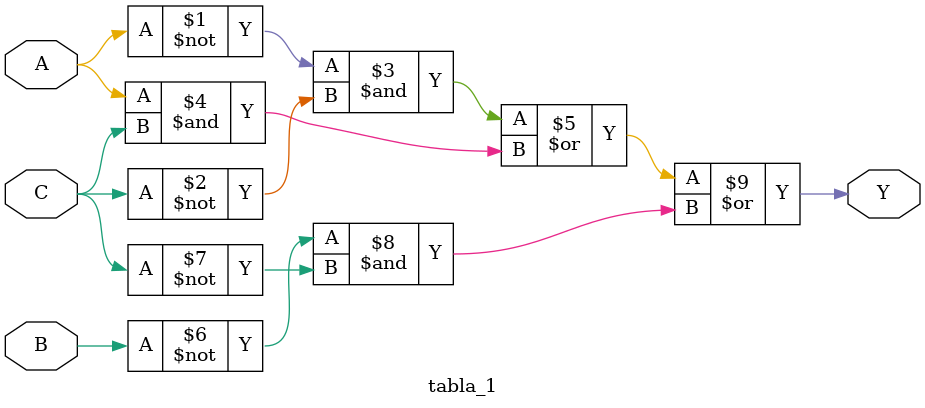
<source format=v>
module tabla_1(input wire A,B,C, output wire Y);

  assign Y = ~A & ~C | A & C | ~B & ~C;
              
endmodule



</source>
